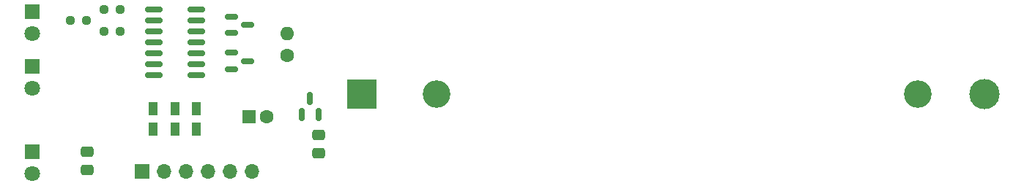
<source format=gbr>
%TF.GenerationSoftware,KiCad,Pcbnew,8.0.3-8.0.3-0~ubuntu20.04.1*%
%TF.CreationDate,2024-07-18T21:29:04-04:00*%
%TF.ProjectId,schematics,73636865-6d61-4746-9963-732e6b696361,rev?*%
%TF.SameCoordinates,Original*%
%TF.FileFunction,Soldermask,Top*%
%TF.FilePolarity,Negative*%
%FSLAX46Y46*%
G04 Gerber Fmt 4.6, Leading zero omitted, Abs format (unit mm)*
G04 Created by KiCad (PCBNEW 8.0.3-8.0.3-0~ubuntu20.04.1) date 2024-07-18 21:29:04*
%MOMM*%
%LPD*%
G01*
G04 APERTURE LIST*
G04 Aperture macros list*
%AMRoundRect*
0 Rectangle with rounded corners*
0 $1 Rounding radius*
0 $2 $3 $4 $5 $6 $7 $8 $9 X,Y pos of 4 corners*
0 Add a 4 corners polygon primitive as box body*
4,1,4,$2,$3,$4,$5,$6,$7,$8,$9,$2,$3,0*
0 Add four circle primitives for the rounded corners*
1,1,$1+$1,$2,$3*
1,1,$1+$1,$4,$5*
1,1,$1+$1,$6,$7*
1,1,$1+$1,$8,$9*
0 Add four rect primitives between the rounded corners*
20,1,$1+$1,$2,$3,$4,$5,0*
20,1,$1+$1,$4,$5,$6,$7,0*
20,1,$1+$1,$6,$7,$8,$9,0*
20,1,$1+$1,$8,$9,$2,$3,0*%
G04 Aperture macros list end*
%ADD10RoundRect,0.150000X0.150000X-0.587500X0.150000X0.587500X-0.150000X0.587500X-0.150000X-0.587500X0*%
%ADD11RoundRect,0.250000X-0.475000X0.337500X-0.475000X-0.337500X0.475000X-0.337500X0.475000X0.337500X0*%
%ADD12C,1.600000*%
%ADD13O,1.600000X1.600000*%
%ADD14RoundRect,0.150000X-0.587500X-0.150000X0.587500X-0.150000X0.587500X0.150000X-0.587500X0.150000X0*%
%ADD15R,1.700000X1.700000*%
%ADD16O,1.700000X1.700000*%
%ADD17RoundRect,0.237500X-0.250000X-0.237500X0.250000X-0.237500X0.250000X0.237500X-0.250000X0.237500X0*%
%ADD18R,1.600000X1.600000*%
%ADD19R,1.000000X1.600000*%
%ADD20R,1.800000X1.800000*%
%ADD21C,1.800000*%
%ADD22RoundRect,0.150000X0.825000X0.150000X-0.825000X0.150000X-0.825000X-0.150000X0.825000X-0.150000X0*%
%ADD23C,3.200000*%
%ADD24R,3.500000X3.500000*%
%ADD25C,3.500000*%
G04 APERTURE END LIST*
D10*
%TO.C,Q5*%
X107381000Y-151862000D03*
X109281000Y-151862000D03*
X108331000Y-149987000D03*
%TD*%
D11*
%TO.C,C4*%
X82550000Y-156210000D03*
X82550000Y-158285000D03*
%TD*%
%TO.C,C2*%
X109347000Y-154283500D03*
X109347000Y-156358500D03*
%TD*%
D12*
%TO.C,R_C1*%
X105664000Y-145034000D03*
D13*
X105664000Y-142494000D03*
%TD*%
D14*
%TO.C,Q1*%
X99217000Y-144719000D03*
X99217000Y-146619000D03*
X101092000Y-145669000D03*
%TD*%
D15*
%TO.C,J1*%
X88900000Y-158496000D03*
D16*
X91440000Y-158496000D03*
X93980000Y-158496000D03*
X96520000Y-158496000D03*
X99060000Y-158496000D03*
X101600000Y-158496000D03*
%TD*%
D14*
%TO.C,Q4*%
X99217000Y-140528000D03*
X99217000Y-142428000D03*
X101092000Y-141478000D03*
%TD*%
D17*
%TO.C,R5*%
X84535000Y-142240000D03*
X86360000Y-142240000D03*
%TD*%
D18*
%TO.C,C1*%
X101279888Y-152146000D03*
D12*
X103279888Y-152146000D03*
%TD*%
D17*
%TO.C,R4*%
X80621500Y-140970000D03*
X82446500Y-140970000D03*
%TD*%
D19*
%TO.C,SW1*%
X90210000Y-151200000D03*
X92710000Y-151200000D03*
X95210000Y-151200000D03*
X90210000Y-153600000D03*
X92710000Y-153600000D03*
X95210000Y-153600000D03*
%TD*%
D20*
%TO.C,D1*%
X76200000Y-146324000D03*
D21*
X76200000Y-148864000D03*
%TD*%
D22*
%TO.C,U1*%
X95185000Y-147320000D03*
X95185000Y-146050000D03*
X95185000Y-144780000D03*
X95185000Y-143510000D03*
X95185000Y-142240000D03*
X95185000Y-140970000D03*
X95185000Y-139700000D03*
X90235000Y-139700000D03*
X90235000Y-140970000D03*
X90235000Y-142240000D03*
X90235000Y-143510000D03*
X90235000Y-144780000D03*
X90235000Y-146050000D03*
X90235000Y-147320000D03*
%TD*%
D20*
%TO.C,D2*%
X76200000Y-139974000D03*
D21*
X76200000Y-142514000D03*
%TD*%
D20*
%TO.C,Q3*%
X76200000Y-156230000D03*
D21*
X76200000Y-158770000D03*
%TD*%
D17*
%TO.C,R3*%
X84535000Y-139700000D03*
X86360000Y-139700000D03*
%TD*%
D23*
%TO.C,BT1*%
X122945000Y-149500000D03*
X178555000Y-149500000D03*
D24*
X114300000Y-149500000D03*
D25*
X186300000Y-149500000D03*
%TD*%
M02*

</source>
